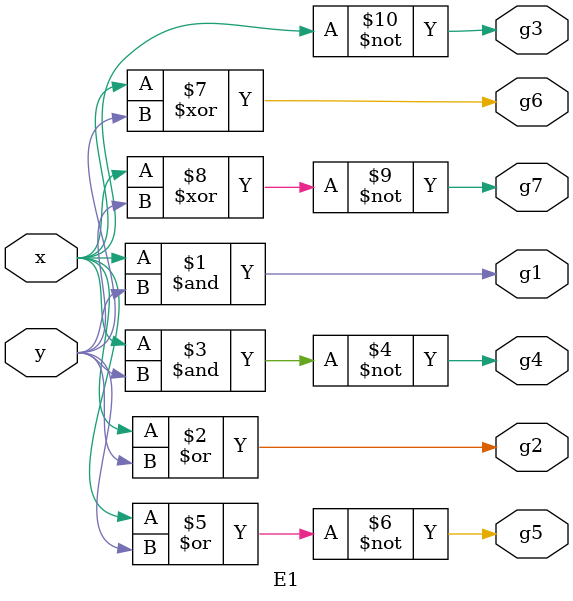
<source format=v>
		

//Gate Level
module E1(
	input x ,
	input y , 
	output g1 , 
	output g2 , 
	output g3 , 
	output g4 , 
	output g5 , 
	output g6 , 
	output g7 
	) ; 	
	
	and(g1 , x , y);
	or(g2 , x , y);
	not(g3 , x);
	nand(g4 , x , y);
	nor(g5 , x , y);
	xor(g6 , x , y);
	xnor(g7 , x , y);
endmodule	
</source>
